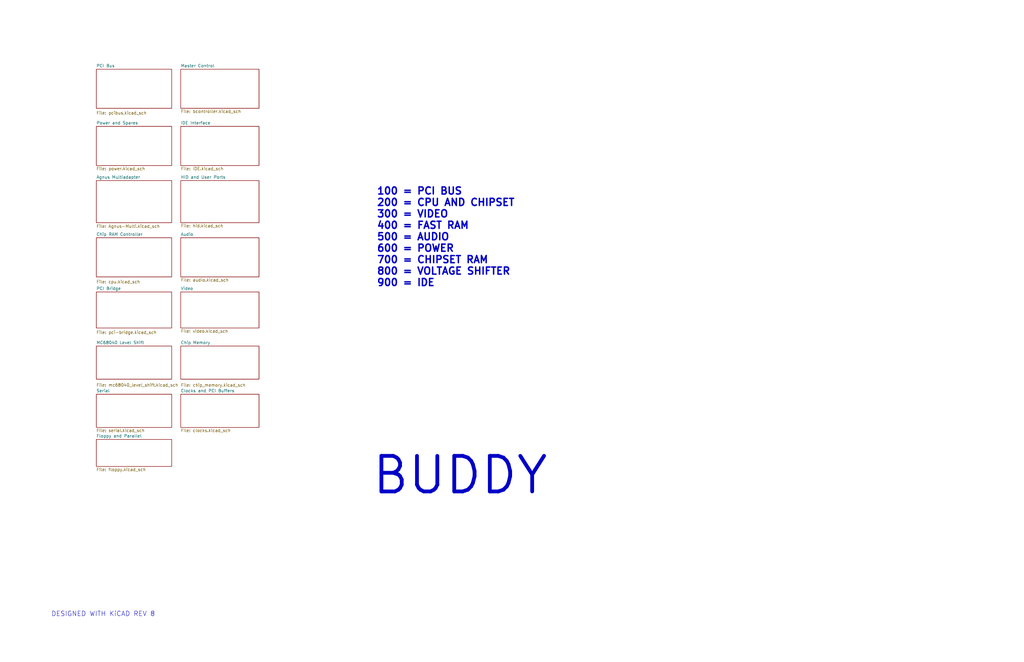
<source format=kicad_sch>
(kicad_sch
	(version 20231120)
	(generator "eeschema")
	(generator_version "8.0")
	(uuid "72453515-27fe-4336-91f3-e3c8054f7767")
	(paper "USLedger")
	(title_block
		(title "AMIGA PCI")
		(date "2024-07-17")
		(rev "4.0")
	)
	(lib_symbols)
	(text "100 = PCI BUS\n200 = CPU AND CHIPSET\n300 = VIDEO\n400 = FAST RAM\n500 = AUDIO\n600 = POWER\n700 = CHIPSET RAM\n800 = VOLTAGE SHIFTER\n900 = IDE"
		(exclude_from_sim no)
		(at 158.75 121.158 0)
		(effects
			(font
				(size 3 3)
				(bold yes)
			)
			(justify left bottom)
		)
		(uuid "03d6913e-0783-4f08-bd37-f7010da4e748")
	)
	(text "DESIGNED WITH KiCAD REV 8"
		(exclude_from_sim no)
		(at 21.59 260.35 0)
		(effects
			(font
				(size 2 2)
			)
			(justify left bottom)
		)
		(uuid "15edd3ae-2f36-4266-b83b-a51bfc978075")
	)
	(text "BUDDY"
		(exclude_from_sim no)
		(at 156.21 209.55 0)
		(effects
			(font
				(size 15 15)
				(thickness 1.6)
				(bold yes)
			)
			(justify left bottom)
		)
		(uuid "82c564f8-ce35-4e3e-8545-a15c252dc228")
	)
	(sheet
		(at 40.64 100.33)
		(size 31.75 16.51)
		(fields_autoplaced yes)
		(stroke
			(width 0.1524)
			(type solid)
		)
		(fill
			(color 0 0 0 0.0000)
		)
		(uuid "14024e2c-eaac-4547-8875-4a8ac58b1720")
		(property "Sheetname" "Chip RAM Controller"
			(at 40.64 99.6184 0)
			(effects
				(font
					(size 1.27 1.27)
				)
				(justify left bottom)
			)
		)
		(property "Sheetfile" "cpu.kicad_sch"
			(at 40.64 118.1866 0)
			(effects
				(font
					(size 1.27 1.27)
				)
				(justify left top)
			)
		)
		(instances
			(project "AmigaPCI Mainboard"
				(path "/72453515-27fe-4336-91f3-e3c8054f7767"
					(page "13")
				)
			)
		)
	)
	(sheet
		(at 40.64 76.2)
		(size 31.75 17.78)
		(stroke
			(width 0.1524)
			(type solid)
		)
		(fill
			(color 0 0 0 0.0000)
		)
		(uuid "2b6a6f7b-f16f-448f-a082-ded618631c29")
		(property "Sheetname" "Agnus Multiadapter"
			(at 40.64 75.4884 0)
			(effects
				(font
					(size 1.27 1.27)
				)
				(justify left bottom)
			)
		)
		(property "Sheetfile" "Agnus-Multi.kicad_sch"
			(at 40.64 94.742 0)
			(effects
				(font
					(size 1.27 1.27)
				)
				(justify left top)
			)
		)
		(instances
			(project "AmigaPCI Mainboard"
				(path "/72453515-27fe-4336-91f3-e3c8054f7767"
					(page "6")
				)
			)
		)
	)
	(sheet
		(at 76.2 123.19)
		(size 33.02 15.24)
		(fields_autoplaced yes)
		(stroke
			(width 0.1524)
			(type solid)
		)
		(fill
			(color 0 0 0 0.0000)
		)
		(uuid "34f2eda3-97b6-4f91-ad2d-01637d6f5405")
		(property "Sheetname" "Video"
			(at 76.2 122.4784 0)
			(effects
				(font
					(size 1.27 1.27)
				)
				(justify left bottom)
			)
		)
		(property "Sheetfile" "video.kicad_sch"
			(at 76.2 139.0146 0)
			(effects
				(font
					(size 1.27 1.27)
				)
				(justify left top)
			)
		)
		(instances
			(project "AmigaPCI Mainboard"
				(path "/72453515-27fe-4336-91f3-e3c8054f7767"
					(page "8")
				)
			)
		)
	)
	(sheet
		(at 40.64 146.05)
		(size 31.75 13.97)
		(fields_autoplaced yes)
		(stroke
			(width 0.1524)
			(type solid)
		)
		(fill
			(color 0 0 0 0.0000)
		)
		(uuid "3746f476-970c-4acb-b19d-33c43fff35fb")
		(property "Sheetname" "MC68040 Level Shift"
			(at 40.64 145.3384 0)
			(effects
				(font
					(size 1.27 1.27)
				)
				(justify left bottom)
			)
		)
		(property "Sheetfile" "mc68040_level_shift.kicad_sch"
			(at 40.64 161.7476 0)
			(effects
				(font
					(size 1.27 1.27)
				)
				(justify left top)
			)
		)
		(instances
			(project "AmigaPCI Mainboard"
				(path "/72453515-27fe-4336-91f3-e3c8054f7767"
					(page "17")
				)
			)
		)
	)
	(sheet
		(at 40.64 53.34)
		(size 31.75 16.51)
		(fields_autoplaced yes)
		(stroke
			(width 0.1524)
			(type solid)
		)
		(fill
			(color 0 0 0 0.0000)
		)
		(uuid "4cb777ef-2899-49f4-b38f-a0c07d84fa7d")
		(property "Sheetname" "Power and Spares"
			(at 40.64 52.6284 0)
			(effects
				(font
					(size 1.27 1.27)
				)
				(justify left bottom)
			)
		)
		(property "Sheetfile" "power.kicad_sch"
			(at 40.64 70.4296 0)
			(effects
				(font
					(size 1.27 1.27)
				)
				(justify left top)
			)
		)
		(instances
			(project "AmigaPCI Mainboard"
				(path "/72453515-27fe-4336-91f3-e3c8054f7767"
					(page "3")
				)
			)
		)
	)
	(sheet
		(at 76.2 76.2)
		(size 33.02 17.78)
		(fields_autoplaced yes)
		(stroke
			(width 0.1524)
			(type solid)
		)
		(fill
			(color 0 0 0 0.0000)
		)
		(uuid "60b2ee65-4978-4bd8-934d-67b9c15d34cc")
		(property "Sheetname" "HID and User Ports"
			(at 76.2 75.4884 0)
			(effects
				(font
					(size 1.27 1.27)
				)
				(justify left bottom)
			)
		)
		(property "Sheetfile" "hid.kicad_sch"
			(at 76.2 94.5646 0)
			(effects
				(font
					(size 1.27 1.27)
				)
				(justify left top)
			)
		)
		(instances
			(project "AmigaPCI Mainboard"
				(path "/72453515-27fe-4336-91f3-e3c8054f7767"
					(page "15")
				)
			)
		)
	)
	(sheet
		(at 76.2 29.21)
		(size 33.02 16.51)
		(fields_autoplaced yes)
		(stroke
			(width 0.1524)
			(type solid)
		)
		(fill
			(color 0 0 0 0.0000)
		)
		(uuid "62a07d55-3759-49a3-8a3f-631cb4902a24")
		(property "Sheetname" "Master Control"
			(at 76.2 28.4984 0)
			(effects
				(font
					(size 1.27 1.27)
				)
				(justify left bottom)
			)
		)
		(property "Sheetfile" "bcontroller.kicad_sch"
			(at 76.2 46.2846 0)
			(effects
				(font
					(size 1.27 1.27)
				)
				(justify left top)
			)
		)
		(instances
			(project "AmigaPCI Mainboard"
				(path "/72453515-27fe-4336-91f3-e3c8054f7767"
					(page "5")
				)
			)
		)
	)
	(sheet
		(at 40.64 185.42)
		(size 31.75 11.43)
		(fields_autoplaced yes)
		(stroke
			(width 0.1524)
			(type solid)
		)
		(fill
			(color 0 0 0 0.0000)
		)
		(uuid "64185471-b9ae-4a50-a046-7157e86a04d0")
		(property "Sheetname" "Floppy and Parallel"
			(at 40.64 184.7084 0)
			(effects
				(font
					(size 1.27 1.27)
				)
				(justify left bottom)
			)
		)
		(property "Sheetfile" "floppy.kicad_sch"
			(at 40.64 197.4346 0)
			(effects
				(font
					(size 1.27 1.27)
				)
				(justify left top)
			)
		)
		(instances
			(project "AmigaPCI Mainboard"
				(path "/72453515-27fe-4336-91f3-e3c8054f7767"
					(page "10")
				)
			)
		)
	)
	(sheet
		(at 40.64 166.37)
		(size 31.75 13.97)
		(fields_autoplaced yes)
		(stroke
			(width 0.1524)
			(type solid)
		)
		(fill
			(color 0 0 0 0.0000)
		)
		(uuid "70231775-58c2-469a-996a-fc3c3a4a8de1")
		(property "Sheetname" "Serial"
			(at 40.64 165.6584 0)
			(effects
				(font
					(size 1.27 1.27)
				)
				(justify left bottom)
			)
		)
		(property "Sheetfile" "serial.kicad_sch"
			(at 40.64 180.9246 0)
			(effects
				(font
					(size 1.27 1.27)
				)
				(justify left top)
			)
		)
		(instances
			(project "AmigaPCI Mainboard"
				(path "/72453515-27fe-4336-91f3-e3c8054f7767"
					(page "11")
				)
			)
		)
	)
	(sheet
		(at 76.2 100.33)
		(size 33.02 16.51)
		(fields_autoplaced yes)
		(stroke
			(width 0.1524)
			(type solid)
		)
		(fill
			(color 0 0 0 0.0000)
		)
		(uuid "71ea5834-c2f1-44b0-9a09-0538600b01fd")
		(property "Sheetname" "Audio"
			(at 76.2 99.6184 0)
			(effects
				(font
					(size 1.27 1.27)
				)
				(justify left bottom)
			)
		)
		(property "Sheetfile" "audio.kicad_sch"
			(at 76.2 117.4246 0)
			(effects
				(font
					(size 1.27 1.27)
				)
				(justify left top)
			)
		)
		(instances
			(project "AmigaPCI Mainboard"
				(path "/72453515-27fe-4336-91f3-e3c8054f7767"
					(page "9")
				)
			)
		)
	)
	(sheet
		(at 76.2 53.34)
		(size 33.02 16.51)
		(fields_autoplaced yes)
		(stroke
			(width 0.1524)
			(type solid)
		)
		(fill
			(color 0 0 0 0.0000)
		)
		(uuid "7a35a97e-5686-44dd-976e-0306b0eb5ef2")
		(property "Sheetname" "IDE Interface"
			(at 76.2 52.6284 0)
			(effects
				(font
					(size 1.27 1.27)
				)
				(justify left bottom)
			)
		)
		(property "Sheetfile" "IDE.kicad_sch"
			(at 76.2 70.4346 0)
			(effects
				(font
					(size 1.27 1.27)
				)
				(justify left top)
			)
		)
		(instances
			(project "AmigaPCI Mainboard"
				(path "/72453515-27fe-4336-91f3-e3c8054f7767"
					(page "12")
				)
			)
		)
	)
	(sheet
		(at 40.64 29.21)
		(size 31.75 16.51)
		(fields_autoplaced yes)
		(stroke
			(width 0.1524)
			(type solid)
		)
		(fill
			(color 0 0 0 0.0000)
		)
		(uuid "c23015fc-f40a-4f75-aa79-1dfe37c2fc2e")
		(property "Sheetname" "PCI Bus"
			(at 40.64 28.4984 0)
			(effects
				(font
					(size 1.27 1.27)
				)
				(justify left bottom)
			)
		)
		(property "Sheetfile" "pcibus.kicad_sch"
			(at 40.64 46.9396 0)
			(effects
				(font
					(size 1.27 1.27)
				)
				(justify left top)
			)
		)
		(instances
			(project "AmigaPCI Mainboard"
				(path "/72453515-27fe-4336-91f3-e3c8054f7767"
					(page "2")
				)
			)
		)
	)
	(sheet
		(at 40.64 123.19)
		(size 31.75 15.24)
		(fields_autoplaced yes)
		(stroke
			(width 0.1524)
			(type solid)
		)
		(fill
			(color 0 0 0 0.0000)
		)
		(uuid "c71cba2c-aa10-44ea-a37d-abe4b67b6d89")
		(property "Sheetname" "PCI Bridge"
			(at 40.64 122.4784 0)
			(effects
				(font
					(size 1.27 1.27)
				)
				(justify left bottom)
			)
		)
		(property "Sheetfile" "pci-bridge.kicad_sch"
			(at 40.64 139.5226 0)
			(effects
				(font
					(size 1.27 1.27)
				)
				(justify left top)
			)
		)
		(instances
			(project "AmigaPCI Mainboard"
				(path "/72453515-27fe-4336-91f3-e3c8054f7767"
					(page "16")
				)
			)
		)
	)
	(sheet
		(at 76.2 166.37)
		(size 33.02 13.97)
		(fields_autoplaced yes)
		(stroke
			(width 0.1524)
			(type solid)
		)
		(fill
			(color 0 0 0 0.0000)
		)
		(uuid "d671396a-959f-409b-8612-87cb620c51cb")
		(property "Sheetname" "Clocks and PCI Buffers"
			(at 76.2 165.6584 0)
			(effects
				(font
					(size 1.27 1.27)
				)
				(justify left bottom)
			)
		)
		(property "Sheetfile" "clocks.kicad_sch"
			(at 76.2 180.9246 0)
			(effects
				(font
					(size 1.27 1.27)
				)
				(justify left top)
			)
		)
		(instances
			(project "AmigaPCI Mainboard"
				(path "/72453515-27fe-4336-91f3-e3c8054f7767"
					(page "7")
				)
			)
		)
	)
	(sheet
		(at 76.2 146.05)
		(size 33.02 13.97)
		(stroke
			(width 0.1524)
			(type solid)
		)
		(fill
			(color 0 0 0 0.0000)
		)
		(uuid "f63de3eb-8614-4bac-88f2-650f5bad2338")
		(property "Sheetname" "Chip Memory"
			(at 76.2 145.3384 0)
			(effects
				(font
					(size 1.27 1.27)
				)
				(justify left bottom)
			)
		)
		(property "Sheetfile" "chip_memory.kicad_sch"
			(at 76.2 161.798 0)
			(effects
				(font
					(size 1.27 1.27)
				)
				(justify left top)
			)
		)
		(instances
			(project "AmigaPCI Mainboard"
				(path "/72453515-27fe-4336-91f3-e3c8054f7767"
					(page "14")
				)
			)
		)
	)
	(sheet_instances
		(path "/"
			(page "1")
		)
	)
)

</source>
